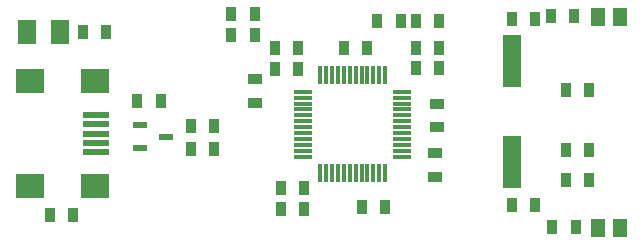
<source format=gtp>
G04*
G04 #@! TF.GenerationSoftware,Altium Limited,Altium Designer,19.0.15 (446)*
G04*
G04 Layer_Color=8421504*
%FSLAX23Y23*%
%MOIN*%
G70*
G01*
G75*
%ADD19R,0.037X0.051*%
%ADD20R,0.059X0.177*%
%ADD21R,0.051X0.063*%
%ADD22R,0.051X0.037*%
G04:AMPARAMS|DCode=23|XSize=11mil|YSize=61mil|CornerRadius=3mil|HoleSize=0mil|Usage=FLASHONLY|Rotation=180.000|XOffset=0mil|YOffset=0mil|HoleType=Round|Shape=RoundedRectangle|*
%AMROUNDEDRECTD23*
21,1,0.011,0.056,0,0,180.0*
21,1,0.006,0.061,0,0,180.0*
1,1,0.006,-0.003,0.028*
1,1,0.006,0.003,0.028*
1,1,0.006,0.003,-0.028*
1,1,0.006,-0.003,-0.028*
%
%ADD23ROUNDEDRECTD23*%
G04:AMPARAMS|DCode=24|XSize=11mil|YSize=61mil|CornerRadius=3mil|HoleSize=0mil|Usage=FLASHONLY|Rotation=270.000|XOffset=0mil|YOffset=0mil|HoleType=Round|Shape=RoundedRectangle|*
%AMROUNDEDRECTD24*
21,1,0.011,0.056,0,0,270.0*
21,1,0.006,0.061,0,0,270.0*
1,1,0.006,-0.028,-0.003*
1,1,0.006,-0.028,0.003*
1,1,0.006,0.028,0.003*
1,1,0.006,0.028,-0.003*
%
%ADD24ROUNDEDRECTD24*%
%ADD25R,0.045X0.024*%
%ADD26R,0.063X0.079*%
%ADD27R,0.098X0.079*%
%ADD28R,0.089X0.020*%
D19*
X5219Y3611D02*
D03*
X5141D02*
D03*
X5011Y3603D02*
D03*
X5089Y3603D02*
D03*
X5269Y3065D02*
D03*
X5191D02*
D03*
X5269Y3165D02*
D03*
X5191D02*
D03*
X5269Y3365D02*
D03*
X5191D02*
D03*
X5224Y2908D02*
D03*
X5146D02*
D03*
X5011Y2983D02*
D03*
X5089Y2983D02*
D03*
X4299Y3505D02*
D03*
X4221Y3505D02*
D03*
X4299Y3435D02*
D03*
X4221Y3435D02*
D03*
X4076Y3620D02*
D03*
X4154D02*
D03*
Y3550D02*
D03*
X4076Y3550D02*
D03*
X4529Y3505D02*
D03*
X4451D02*
D03*
X4640Y3595D02*
D03*
X4561D02*
D03*
X4769D02*
D03*
X4691D02*
D03*
X4769Y3505D02*
D03*
X4691Y3505D02*
D03*
X4769Y3440D02*
D03*
X4691Y3440D02*
D03*
X4511Y2975D02*
D03*
X4589D02*
D03*
X4241Y3040D02*
D03*
X4319Y3040D02*
D03*
X4241Y2970D02*
D03*
X4319Y2970D02*
D03*
X3941Y3170D02*
D03*
X4019D02*
D03*
X3761Y3330D02*
D03*
X3840D02*
D03*
X3471Y2950D02*
D03*
X3549D02*
D03*
X3581Y3560D02*
D03*
X3659D02*
D03*
X4019Y3245D02*
D03*
X3941D02*
D03*
D20*
X5010Y3461D02*
D03*
Y3126D02*
D03*
D21*
X5371Y2906D02*
D03*
X5297D02*
D03*
Y3609D02*
D03*
X5371D02*
D03*
D22*
X4155Y3401D02*
D03*
Y3322D02*
D03*
X4760Y3241D02*
D03*
Y3319D02*
D03*
X4755Y3154D02*
D03*
Y3076D02*
D03*
D23*
X4588Y3087D02*
D03*
X4569D02*
D03*
X4549D02*
D03*
X4529D02*
D03*
X4510D02*
D03*
X4490D02*
D03*
X4470D02*
D03*
X4450D02*
D03*
X4431D02*
D03*
X4411D02*
D03*
X4391D02*
D03*
X4372D02*
D03*
Y3416D02*
D03*
X4391D02*
D03*
X4411D02*
D03*
X4431D02*
D03*
X4450D02*
D03*
X4470D02*
D03*
X4490D02*
D03*
X4510D02*
D03*
X4529D02*
D03*
X4549D02*
D03*
X4569D02*
D03*
X4588D02*
D03*
D24*
X4315Y3143D02*
D03*
Y3163D02*
D03*
Y3183D02*
D03*
Y3202D02*
D03*
Y3222D02*
D03*
Y3242D02*
D03*
Y3261D02*
D03*
Y3281D02*
D03*
Y3301D02*
D03*
Y3320D02*
D03*
Y3340D02*
D03*
Y3360D02*
D03*
X4645D02*
D03*
Y3340D02*
D03*
Y3320D02*
D03*
Y3301D02*
D03*
Y3281D02*
D03*
Y3261D02*
D03*
Y3242D02*
D03*
Y3222D02*
D03*
Y3202D02*
D03*
Y3183D02*
D03*
Y3163D02*
D03*
Y3143D02*
D03*
D25*
X3859Y3210D02*
D03*
X3771Y3173D02*
D03*
Y3247D02*
D03*
D26*
X3395Y3560D02*
D03*
X3505D02*
D03*
D27*
X3405Y3045D02*
D03*
Y3395D02*
D03*
X3620Y3045D02*
D03*
Y3395D02*
D03*
D28*
X3624Y3157D02*
D03*
Y3189D02*
D03*
Y3220D02*
D03*
Y3252D02*
D03*
Y3283D02*
D03*
M02*

</source>
